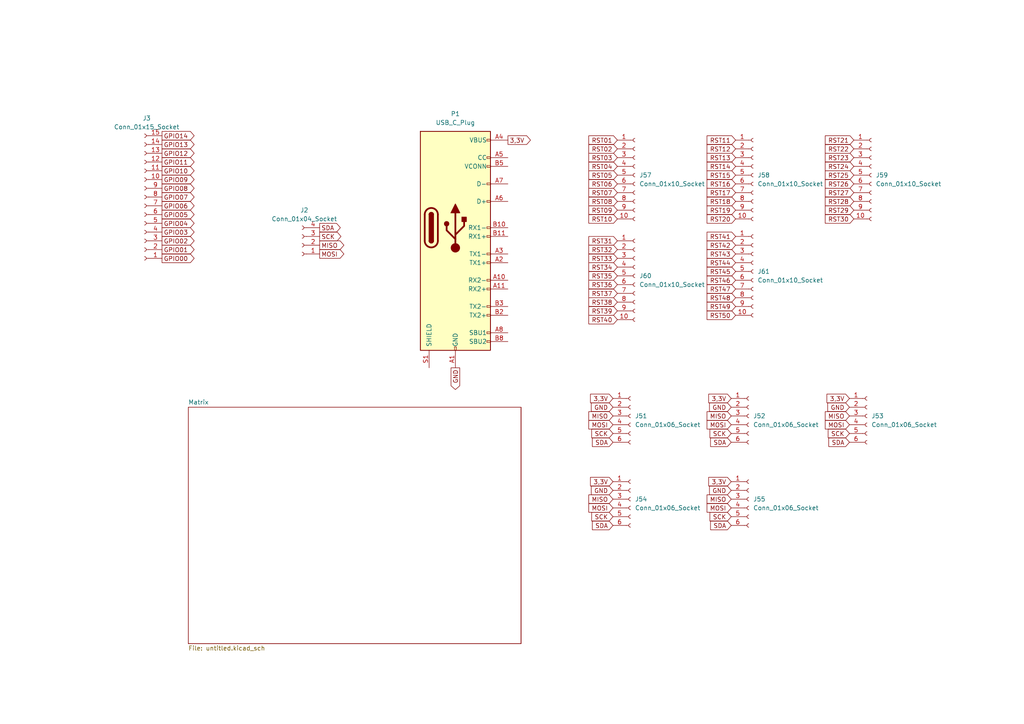
<source format=kicad_sch>
(kicad_sch (version 20230121) (generator eeschema)
  (paper "A4")
  (lib_symbols
    (symbol "Connector:Conn_01x04_Socket" (pin_names (offset 1.016) hide)
      (property "Reference" "J" (at 0 5.08 0))
      (property "Value" "Conn_01x04_Socket" (at 0 -7.62 0))
      (symbol "Conn_01x04_Socket_1_1"
        (arc (start 0 -4.572) (mid -0.5058 -5.08) (end 0 -5.588) (stroke (width 0.1524)))
        (arc (start 0 -2.032) (mid -0.5058 -2.54) (end 0 -3.048) (stroke (width 0.1524)))
        (polyline (pts (xy -1.27 -5.08) (xy -0.508 -5.08)) (stroke (width 0.1524)))
        (polyline (pts (xy -1.27 -2.54) (xy -0.508 -2.54)) (stroke (width 0.1524)))
        (polyline (pts (xy -1.27 0) (xy -0.508 0)) (stroke (width 0.1524)))
        (polyline (pts (xy -1.27 2.54) (xy -0.508 2.54)) (stroke (width 0.1524)))
        (arc (start 0 0.508) (mid -0.5058 0) (end 0 -0.508) (stroke (width 0.1524)))
        (arc (start 0 3.048) (mid -0.5058 2.54) (end 0 2.032) (stroke (width 0.1524)))
        (pin passive line (at -5.08 2.54 0) (length 3.81) (name "Pin_1") (number "1"))
        (pin passive line (at -5.08 0 0) (length 3.81) (name "Pin_2") (number "2"))
        (pin passive line (at -5.08 -2.54 0) (length 3.81) (name "Pin_3") (number "3"))
        (pin passive line (at -5.08 -5.08 0) (length 3.81) (name "Pin_4") (number "4"))
      )
    )
    (symbol "Connector:Conn_01x06_Socket" (pin_names (offset 1.016) hide)
      (property "Reference" "J" (at 0 7.62 0))
      (property "Value" "Conn_01x06_Socket" (at 0 -10.16 0))
      (symbol "Conn_01x06_Socket_1_1"
        (arc (start 0 -7.112) (mid -0.5058 -7.62) (end 0 -8.128) (stroke (width 0.1524)))
        (arc (start 0 -4.572) (mid -0.5058 -5.08) (end 0 -5.588) (stroke (width 0.1524)))
        (arc (start 0 -2.032) (mid -0.5058 -2.54) (end 0 -3.048) (stroke (width 0.1524)))
        (polyline (pts (xy -1.27 -7.62) (xy -0.508 -7.62)) (stroke (width 0.1524)))
        (polyline (pts (xy -1.27 -5.08) (xy -0.508 -5.08)) (stroke (width 0.1524)))
        (polyline (pts (xy -1.27 -2.54) (xy -0.508 -2.54)) (stroke (width 0.1524)))
        (polyline (pts (xy -1.27 0) (xy -0.508 0)) (stroke (width 0.1524)))
        (polyline (pts (xy -1.27 2.54) (xy -0.508 2.54)) (stroke (width 0.1524)))
        (polyline (pts (xy -1.27 5.08) (xy -0.508 5.08)) (stroke (width 0.1524)))
        (arc (start 0 0.508) (mid -0.5058 0) (end 0 -0.508) (stroke (width 0.1524)))
        (arc (start 0 3.048) (mid -0.5058 2.54) (end 0 2.032) (stroke (width 0.1524)))
        (arc (start 0 5.588) (mid -0.5058 5.08) (end 0 4.572) (stroke (width 0.1524)))
        (pin passive line (at -5.08 5.08 0) (length 3.81) (name "Pin_1") (number "1"))
        (pin passive line (at -5.08 2.54 0) (length 3.81) (name "Pin_2") (number "2"))
        (pin passive line (at -5.08 0 0) (length 3.81) (name "Pin_3") (number "3"))
        (pin passive line (at -5.08 -2.54 0) (length 3.81) (name "Pin_4") (number "4"))
        (pin passive line (at -5.08 -5.08 0) (length 3.81) (name "Pin_5") (number "5"))
        (pin passive line (at -5.08 -7.62 0) (length 3.81) (name "Pin_6") (number "6"))
      )
    )
    (symbol "Connector:Conn_01x10_Socket" (pin_names (offset 1.016) hide)
      (property "Reference" "J" (at 0 12.7 0))
      (property "Value" "Conn_01x10_Socket" (at 0 -15.24 0))
      (symbol "Conn_01x10_Socket_1_1"
        (arc (start 0 -12.192) (mid -0.5058 -12.7) (end 0 -13.208) (stroke (width 0.1524)))
        (arc (start 0 -9.652) (mid -0.5058 -10.16) (end 0 -10.668) (stroke (width 0.1524)))
        (arc (start 0 -7.112) (mid -0.5058 -7.62) (end 0 -8.128) (stroke (width 0.1524)))
        (arc (start 0 -4.572) (mid -0.5058 -5.08) (end 0 -5.588) (stroke (width 0.1524)))
        (arc (start 0 -2.032) (mid -0.5058 -2.54) (end 0 -3.048) (stroke (width 0.1524)))
        (polyline (pts (xy -1.27 -12.7) (xy -0.508 -12.7)) (stroke (width 0.1524)))
        (polyline (pts (xy -1.27 -10.16) (xy -0.508 -10.16)) (stroke (width 0.1524)))
        (polyline (pts (xy -1.27 -7.62) (xy -0.508 -7.62)) (stroke (width 0.1524)))
        (polyline (pts (xy -1.27 -5.08) (xy -0.508 -5.08)) (stroke (width 0.1524)))
        (polyline (pts (xy -1.27 -2.54) (xy -0.508 -2.54)) (stroke (width 0.1524)))
        (polyline (pts (xy -1.27 0) (xy -0.508 0)) (stroke (width 0.1524)))
        (polyline (pts (xy -1.27 2.54) (xy -0.508 2.54)) (stroke (width 0.1524)))
        (polyline (pts (xy -1.27 5.08) (xy -0.508 5.08)) (stroke (width 0.1524)))
        (polyline (pts (xy -1.27 7.62) (xy -0.508 7.62)) (stroke (width 0.1524)))
        (polyline (pts (xy -1.27 10.16) (xy -0.508 10.16)) (stroke (width 0.1524)))
        (arc (start 0 0.508) (mid -0.5058 0) (end 0 -0.508) (stroke (width 0.1524)))
        (arc (start 0 3.048) (mid -0.5058 2.54) (end 0 2.032) (stroke (width 0.1524)))
        (arc (start 0 5.588) (mid -0.5058 5.08) (end 0 4.572) (stroke (width 0.1524)))
        (arc (start 0 8.128) (mid -0.5058 7.62) (end 0 7.112) (stroke (width 0.1524)))
        (arc (start 0 10.668) (mid -0.5058 10.16) (end 0 9.652) (stroke (width 0.1524)))
        (pin passive line (at -5.08 10.16 0) (length 3.81) (name "Pin_1") (number "1"))
        (pin passive line (at -5.08 -12.7 0) (length 3.81) (name "Pin_10") (number "10"))
        (pin passive line (at -5.08 7.62 0) (length 3.81) (name "Pin_2") (number "2"))
        (pin passive line (at -5.08 5.08 0) (length 3.81) (name "Pin_3") (number "3"))
        (pin passive line (at -5.08 2.54 0) (length 3.81) (name "Pin_4") (number "4"))
        (pin passive line (at -5.08 0 0) (length 3.81) (name "Pin_5") (number "5"))
        (pin passive line (at -5.08 -2.54 0) (length 3.81) (name "Pin_6") (number "6"))
        (pin passive line (at -5.08 -5.08 0) (length 3.81) (name "Pin_7") (number "7"))
        (pin passive line (at -5.08 -7.62 0) (length 3.81) (name "Pin_8") (number "8"))
        (pin passive line (at -5.08 -10.16 0) (length 3.81) (name "Pin_9") (number "9"))
      )
    )
    (symbol "Connector:Conn_01x15_Socket" (pin_names (offset 1.016) hide)
      (property "Reference" "J" (at 0 20.32 0))
      (property "Value" "Conn_01x15_Socket" (at 0 -20.32 0))
      (symbol "Conn_01x15_Socket_1_1"
        (arc (start 0 -17.272) (mid -0.5058 -17.78) (end 0 -18.288) (stroke (width 0.1524)))
        (arc (start 0 -14.732) (mid -0.5058 -15.24) (end 0 -15.748) (stroke (width 0.1524)))
        (arc (start 0 -12.192) (mid -0.5058 -12.7) (end 0 -13.208) (stroke (width 0.1524)))
        (arc (start 0 -9.652) (mid -0.5058 -10.16) (end 0 -10.668) (stroke (width 0.1524)))
        (arc (start 0 -7.112) (mid -0.5058 -7.62) (end 0 -8.128) (stroke (width 0.1524)))
        (arc (start 0 -4.572) (mid -0.5058 -5.08) (end 0 -5.588) (stroke (width 0.1524)))
        (arc (start 0 -2.032) (mid -0.5058 -2.54) (end 0 -3.048) (stroke (width 0.1524)))
        (polyline (pts (xy -1.27 -17.78) (xy -0.508 -17.78)) (stroke (width 0.1524)))
        (polyline (pts (xy -1.27 -15.24) (xy -0.508 -15.24)) (stroke (width 0.1524)))
        (polyline (pts (xy -1.27 -12.7) (xy -0.508 -12.7)) (stroke (width 0.1524)))
        (polyline (pts (xy -1.27 -10.16) (xy -0.508 -10.16)) (stroke (width 0.1524)))
        (polyline (pts (xy -1.27 -7.62) (xy -0.508 -7.62)) (stroke (width 0.1524)))
        (polyline (pts (xy -1.27 -5.08) (xy -0.508 -5.08)) (stroke (width 0.1524)))
        (polyline (pts (xy -1.27 -2.54) (xy -0.508 -2.54)) (stroke (width 0.1524)))
        (polyline (pts (xy -1.27 0) (xy -0.508 0)) (stroke (width 0.1524)))
        (polyline (pts (xy -1.27 2.54) (xy -0.508 2.54)) (stroke (width 0.1524)))
        (polyline (pts (xy -1.27 5.08) (xy -0.508 5.08)) (stroke (width 0.1524)))
        (polyline (pts (xy -1.27 7.62) (xy -0.508 7.62)) (stroke (width 0.1524)))
        (polyline (pts (xy -1.27 10.16) (xy -0.508 10.16)) (stroke (width 0.1524)))
        (polyline (pts (xy -1.27 12.7) (xy -0.508 12.7)) (stroke (width 0.1524)))
        (polyline (pts (xy -1.27 15.24) (xy -0.508 15.24)) (stroke (width 0.1524)))
        (polyline (pts (xy -1.27 17.78) (xy -0.508 17.78)) (stroke (width 0.1524)))
        (arc (start 0 0.508) (mid -0.5058 0) (end 0 -0.508) (stroke (width 0.1524)))
        (arc (start 0 3.048) (mid -0.5058 2.54) (end 0 2.032) (stroke (width 0.1524)))
        (arc (start 0 5.588) (mid -0.5058 5.08) (end 0 4.572) (stroke (width 0.1524)))
        (arc (start 0 8.128) (mid -0.5058 7.62) (end 0 7.112) (stroke (width 0.1524)))
        (arc (start 0 10.668) (mid -0.5058 10.16) (end 0 9.652) (stroke (width 0.1524)))
        (arc (start 0 13.208) (mid -0.5058 12.7) (end 0 12.192) (stroke (width 0.1524)))
        (arc (start 0 15.748) (mid -0.5058 15.24) (end 0 14.732) (stroke (width 0.1524)))
        (arc (start 0 18.288) (mid -0.5058 17.78) (end 0 17.272) (stroke (width 0.1524)))
        (pin passive line (at -5.08 17.78 0) (length 3.81) (name "Pin_1") (number "1"))
        (pin passive line (at -5.08 -5.08 0) (length 3.81) (name "Pin_10") (number "10"))
        (pin passive line (at -5.08 -7.62 0) (length 3.81) (name "Pin_11") (number "11"))
        (pin passive line (at -5.08 -10.16 0) (length 3.81) (name "Pin_12") (number "12"))
        (pin passive line (at -5.08 -12.7 0) (length 3.81) (name "Pin_13") (number "13"))
        (pin passive line (at -5.08 -15.24 0) (length 3.81) (name "Pin_14") (number "14"))
        (pin passive line (at -5.08 -17.78 0) (length 3.81) (name "Pin_15") (number "15"))
        (pin passive line (at -5.08 15.24 0) (length 3.81) (name "Pin_2") (number "2"))
        (pin passive line (at -5.08 12.7 0) (length 3.81) (name "Pin_3") (number "3"))
        (pin passive line (at -5.08 10.16 0) (length 3.81) (name "Pin_4") (number "4"))
        (pin passive line (at -5.08 7.62 0) (length 3.81) (name "Pin_5") (number "5"))
        (pin passive line (at -5.08 5.08 0) (length 3.81) (name "Pin_6") (number "6"))
        (pin passive line (at -5.08 2.54 0) (length 3.81) (name "Pin_7") (number "7"))
        (pin passive line (at -5.08 0 0) (length 3.81) (name "Pin_8") (number "8"))
        (pin passive line (at -5.08 -2.54 0) (length 3.81) (name "Pin_9") (number "9"))
      )
    )
    (symbol "Connector:USB_C_Plug" (pin_names (offset 1.016))
      (property "Reference" "P" (at -10.16 29.21 0))
      (property "Value" "USB_C_Plug" (at 10.16 29.21 0))
      (symbol "USB_C_Plug_0_0"
        (rectangle (start -0.254 -35.56) (end 0.254 -34.544))
        (rectangle (start 10.16 -32.766) (end 9.144 -33.274))
        (rectangle (start 10.16 -30.226) (end 9.144 -30.734))
        (rectangle (start 10.16 -25.146) (end 9.144 -25.654))
        (rectangle (start 10.16 -22.606) (end 9.144 -23.114))
        (rectangle (start 10.16 -17.526) (end 9.144 -18.034))
        (rectangle (start 10.16 -14.986) (end 9.144 -15.494))
        (rectangle (start 10.16 -9.906) (end 9.144 -10.414))
        (rectangle (start 10.16 -7.366) (end 9.144 -7.874))
        (rectangle (start 10.16 -2.286) (end 9.144 -2.794))
        (rectangle (start 10.16 0.254) (end 9.144 -0.254))
        (rectangle (start 10.16 7.874) (end 9.144 7.366))
        (rectangle (start 10.16 12.954) (end 9.144 12.446))
        (rectangle (start 10.16 18.034) (end 9.144 17.526))
        (rectangle (start 10.16 20.574) (end 9.144 20.066))
        (rectangle (start 10.16 25.654) (end 9.144 25.146))
      )
      (symbol "USB_C_Plug_0_1"
        (rectangle (start -10.16 27.94) (end 10.16 -35.56) (stroke (width 0.254)) (fill (type background)))
        (arc (start -8.89 -3.81) (mid -6.985 -5.7067) (end -5.08 -3.81) (stroke (width 0.508)))
        (arc (start -7.62 -3.81) (mid -6.985 -4.4423) (end -6.35 -3.81) (stroke (width 0.254)))
        (arc (start -7.62 -3.81) (mid -6.985 -4.4423) (end -6.35 -3.81) (stroke (width 0.254)) (fill (type outline)))
        (rectangle (start -7.62 -3.81) (end -6.35 3.81) (stroke (width 0.254)) (fill (type outline)))
        (arc (start -6.35 3.81) (mid -6.985 4.4423) (end -7.62 3.81) (stroke (width 0.254)))
        (arc (start -6.35 3.81) (mid -6.985 4.4423) (end -7.62 3.81) (stroke (width 0.254)) (fill (type outline)))
        (arc (start -5.08 3.81) (mid -6.985 5.7067) (end -8.89 3.81) (stroke (width 0.508)))
        (polyline (pts (xy -8.89 -3.81) (xy -8.89 3.81)) (stroke (width 0.508)))
        (polyline (pts (xy -5.08 3.81) (xy -5.08 -3.81)) (stroke (width 0.508)))
      )
      (symbol "USB_C_Plug_1_1"
        (circle (center -2.54 1.143) (radius 0.635) (stroke (width 0.254)) (fill (type outline)))
        (circle (center 0 -5.842) (radius 1.27) (fill (type outline)))
        (polyline (pts (xy 0 -5.842) (xy 0 4.318)) (stroke (width 0.508)))
        (polyline (pts (xy 0 -3.302) (xy -2.54 -0.762) (xy -2.54 0.508)) (stroke (width 0.508)))
        (polyline (pts (xy 0 -2.032) (xy 2.54 0.508) (xy 2.54 1.778)) (stroke (width 0.508)))
        (polyline (pts (xy -1.27 4.318) (xy 0 6.858) (xy 1.27 4.318) (xy -1.27 4.318)) (stroke (width 0.254)) (fill (type outline)))
        (rectangle (start 1.905 1.778) (end 3.175 3.048) (stroke (width 0.254)) (fill (type outline)))
        (pin passive line (at 0 -40.64 90) (length 5.08) (name "GND") (number "A1"))
        (pin bidirectional line (at 15.24 -15.24 180) (length 5.08) (name "RX2-") (number "A10"))
        (pin bidirectional line (at 15.24 -17.78 180) (length 5.08) (name "RX2+") (number "A11"))
        (pin passive line (at 0 -40.64 90) (length 5.08) hide (name "GND") (number "A12"))
        (pin bidirectional line (at 15.24 -10.16 180) (length 5.08) (name "TX1+") (number "A2"))
        (pin bidirectional line (at 15.24 -7.62 180) (length 5.08) (name "TX1-") (number "A3"))
        (pin passive line (at 15.24 25.4 180) (length 5.08) (name "VBUS") (number "A4"))
        (pin bidirectional line (at 15.24 20.32 180) (length 5.08) (name "CC") (number "A5"))
        (pin bidirectional line (at 15.24 7.62 180) (length 5.08) (name "D+") (number "A6"))
        (pin bidirectional line (at 15.24 12.7 180) (length 5.08) (name "D-") (number "A7"))
        (pin bidirectional line (at 15.24 -30.48 180) (length 5.08) (name "SBU1") (number "A8"))
        (pin passive line (at 15.24 25.4 180) (length 5.08) hide (name "VBUS") (number "A9"))
        (pin passive line (at 0 -40.64 90) (length 5.08) hide (name "GND") (number "B1"))
        (pin bidirectional line (at 15.24 0 180) (length 5.08) (name "RX1-") (number "B10"))
        (pin bidirectional line (at 15.24 -2.54 180) (length 5.08) (name "RX1+") (number "B11"))
        (pin passive line (at 0 -40.64 90) (length 5.08) hide (name "GND") (number "B12"))
        (pin bidirectional line (at 15.24 -25.4 180) (length 5.08) (name "TX2+") (number "B2"))
        (pin bidirectional line (at 15.24 -22.86 180) (length 5.08) (name "TX2-") (number "B3"))
        (pin passive line (at 15.24 25.4 180) (length 5.08) hide (name "VBUS") (number "B4"))
        (pin bidirectional line (at 15.24 17.78 180) (length 5.08) (name "VCONN") (number "B5"))
        (pin bidirectional line (at 15.24 -33.02 180) (length 5.08) (name "SBU2") (number "B8"))
        (pin passive line (at 15.24 25.4 180) (length 5.08) hide (name "VBUS") (number "B9"))
        (pin passive line (at -7.62 -40.64 90) (length 5.08) (name "SHIELD") (number "S1"))
      )
    )
  )
  (global_label "GND" (shape input) (at 212.09 142.24 180) (property "Intersheetrefs" "${INTERSHEET_REFS}" (effects hide)))
  (global_label "RST01" (shape input) (at 179.07 40.64 180) (property "Intersheetrefs" "${INTERSHEET_REFS}" (effects hide)))
  (global_label "GPIO04" (shape output) (at 46.99 64.77 0) (property "Intersheetrefs" "${INTERSHEET_REFS}" (effects hide)))
  (global_label "RST34" (shape input) (at 179.07 77.47 180) (property "Intersheetrefs" "${INTERSHEET_REFS}" (effects hide)))
  (global_label "RST28" (shape input) (at 247.65 58.42 180) (property "Intersheetrefs" "${INTERSHEET_REFS}" (effects hide)))
  (global_label "RST25" (shape input) (at 247.65 50.8 180) (property "Intersheetrefs" "${INTERSHEET_REFS}" (effects hide)))
  (global_label "SDA" (shape input) (at 246.38 128.27 180) (property "Intersheetrefs" "${INTERSHEET_REFS}" (effects hide)))
  (global_label "RST24" (shape input) (at 247.65 48.26 180) (property "Intersheetrefs" "${INTERSHEET_REFS}" (effects hide)))
  (global_label "GPIO01" (shape output) (at 46.99 72.39 0) (property "Intersheetrefs" "${INTERSHEET_REFS}" (effects hide)))
  (global_label "RST42" (shape input) (at 213.36 71.12 180) (property "Intersheetrefs" "${INTERSHEET_REFS}" (effects hide)))
  (global_label "3,3V" (shape input) (at 212.09 115.57 180) (property "Intersheetrefs" "${INTERSHEET_REFS}" (effects hide)))
  (global_label "RST03" (shape input) (at 179.07 45.72 180) (property "Intersheetrefs" "${INTERSHEET_REFS}" (effects hide)))
  (global_label "RST13" (shape input) (at 213.36 45.72 180) (property "Intersheetrefs" "${INTERSHEET_REFS}" (effects hide)))
  (global_label "RST32" (shape input) (at 179.07 72.39 180) (property "Intersheetrefs" "${INTERSHEET_REFS}" (effects hide)))
  (global_label "RST17" (shape input) (at 213.36 55.88 180) (property "Intersheetrefs" "${INTERSHEET_REFS}" (effects hide)))
  (global_label "RST19" (shape input) (at 213.36 60.96 180) (property "Intersheetrefs" "${INTERSHEET_REFS}" (effects hide)))
  (global_label "RST04" (shape input) (at 179.07 48.26 180) (property "Intersheetrefs" "${INTERSHEET_REFS}" (effects hide)))
  (global_label "RST02" (shape input) (at 179.07 43.18 180) (property "Intersheetrefs" "${INTERSHEET_REFS}" (effects hide)))
  (global_label "RST44" (shape input) (at 213.36 76.2 180) (property "Intersheetrefs" "${INTERSHEET_REFS}" (effects hide)))
  (global_label "RST40" (shape input) (at 179.07 92.71 180) (property "Intersheetrefs" "${INTERSHEET_REFS}" (effects hide)))
  (global_label "RST14" (shape input) (at 213.36 48.26 180) (property "Intersheetrefs" "${INTERSHEET_REFS}" (effects hide)))
  (global_label "RST16" (shape input) (at 213.36 53.34 180) (property "Intersheetrefs" "${INTERSHEET_REFS}" (effects hide)))
  (global_label "GPIO08" (shape output) (at 46.99 54.61 0) (property "Intersheetrefs" "${INTERSHEET_REFS}" (effects hide)))
  (global_label "RST38" (shape input) (at 179.07 87.63 180) (property "Intersheetrefs" "${INTERSHEET_REFS}" (effects hide)))
  (global_label "SDA" (shape input) (at 212.09 128.27 180) (property "Intersheetrefs" "${INTERSHEET_REFS}" (effects hide)))
  (global_label "3,3V" (shape input) (at 246.38 115.57 180) (property "Intersheetrefs" "${INTERSHEET_REFS}" (effects hide)))
  (global_label "MISO" (shape input) (at 246.38 120.65 180) (property "Intersheetrefs" "${INTERSHEET_REFS}" (effects hide)))
  (global_label "MOSI" (shape output) (at 92.71 73.66 0) (property "Intersheetrefs" "${INTERSHEET_REFS}" (effects hide)))
  (global_label "RST18" (shape input) (at 213.36 58.42 180) (property "Intersheetrefs" "${INTERSHEET_REFS}" (effects hide)))
  (global_label "RST43" (shape input) (at 213.36 73.66 180) (property "Intersheetrefs" "${INTERSHEET_REFS}" (effects hide)))
  (global_label "3,3V" (shape input) (at 177.8 115.57 180) (property "Intersheetrefs" "${INTERSHEET_REFS}" (effects hide)))
  (global_label "RST33" (shape input) (at 179.07 74.93 180) (property "Intersheetrefs" "${INTERSHEET_REFS}" (effects hide)))
  (global_label "GPIO10" (shape output) (at 46.99 49.53 0) (property "Intersheetrefs" "${INTERSHEET_REFS}" (effects hide)))
  (global_label "RST45" (shape input) (at 213.36 78.74 180) (property "Intersheetrefs" "${INTERSHEET_REFS}" (effects hide)))
  (global_label "RST07" (shape input) (at 179.07 55.88 180) (property "Intersheetrefs" "${INTERSHEET_REFS}" (effects hide)))
  (global_label "RST09" (shape input) (at 179.07 60.96 180) (property "Intersheetrefs" "${INTERSHEET_REFS}" (effects hide)))
  (global_label "GND" (shape output) (at 132.08 106.68 270) (property "Intersheetrefs" "${INTERSHEET_REFS}" (effects hide)))
  (global_label "RST27" (shape input) (at 247.65 55.88 180) (property "Intersheetrefs" "${INTERSHEET_REFS}" (effects hide)))
  (global_label "GPIO02" (shape output) (at 46.99 69.85 0) (property "Intersheetrefs" "${INTERSHEET_REFS}" (effects hide)))
  (global_label "RST11" (shape input) (at 213.36 40.64 180) (property "Intersheetrefs" "${INTERSHEET_REFS}" (effects hide)))
  (global_label "3,3V" (shape input) (at 177.8 139.7 180) (property "Intersheetrefs" "${INTERSHEET_REFS}" (effects hide)))
  (global_label "GND" (shape input) (at 177.8 142.24 180) (property "Intersheetrefs" "${INTERSHEET_REFS}" (effects hide)))
  (global_label "GPIO09" (shape output) (at 46.99 52.07 0) (property "Intersheetrefs" "${INTERSHEET_REFS}" (effects hide)))
  (global_label "RST06" (shape input) (at 179.07 53.34 180) (property "Intersheetrefs" "${INTERSHEET_REFS}" (effects hide)))
  (global_label "GPIO00" (shape output) (at 46.99 74.93 0) (property "Intersheetrefs" "${INTERSHEET_REFS}" (effects hide)))
  (global_label "RST41" (shape input) (at 213.36 68.58 180) (property "Intersheetrefs" "${INTERSHEET_REFS}" (effects hide)))
  (global_label "RST20" (shape input) (at 213.36 63.5 180) (property "Intersheetrefs" "${INTERSHEET_REFS}" (effects hide)))
  (global_label "MOSI" (shape input) (at 177.8 123.19 180) (property "Intersheetrefs" "${INTERSHEET_REFS}" (effects hide)))
  (global_label "MOSI" (shape input) (at 246.38 123.19 180) (property "Intersheetrefs" "${INTERSHEET_REFS}" (effects hide)))
  (global_label "MISO" (shape input) (at 212.09 144.78 180) (property "Intersheetrefs" "${INTERSHEET_REFS}" (effects hide)))
  (global_label "GPIO12" (shape output) (at 46.99 44.45 0) (property "Intersheetrefs" "${INTERSHEET_REFS}" (effects hide)))
  (global_label "3,3V" (shape input) (at 212.09 139.7 180) (property "Intersheetrefs" "${INTERSHEET_REFS}" (effects hide)))
  (global_label "GND" (shape input) (at 177.8 118.11 180) (property "Intersheetrefs" "${INTERSHEET_REFS}" (effects hide)))
  (global_label "MOSI" (shape input) (at 212.09 123.19 180) (property "Intersheetrefs" "${INTERSHEET_REFS}" (effects hide)))
  (global_label "GPIO13" (shape output) (at 46.99 41.91 0) (property "Intersheetrefs" "${INTERSHEET_REFS}" (effects hide)))
  (global_label "GPIO07" (shape output) (at 46.99 57.15 0) (property "Intersheetrefs" "${INTERSHEET_REFS}" (effects hide)))
  (global_label "RST23" (shape input) (at 247.65 45.72 180) (property "Intersheetrefs" "${INTERSHEET_REFS}" (effects hide)))
  (global_label "RST29" (shape input) (at 247.65 60.96 180) (property "Intersheetrefs" "${INTERSHEET_REFS}" (effects hide)))
  (global_label "SCK" (shape input) (at 246.38 125.73 180) (property "Intersheetrefs" "${INTERSHEET_REFS}" (effects hide)))
  (global_label "RST10" (shape input) (at 179.07 63.5 180) (property "Intersheetrefs" "${INTERSHEET_REFS}" (effects hide)))
  (global_label "GND" (shape input) (at 246.38 118.11 180) (property "Intersheetrefs" "${INTERSHEET_REFS}" (effects hide)))
  (global_label "RST37" (shape input) (at 179.07 85.09 180) (property "Intersheetrefs" "${INTERSHEET_REFS}" (effects hide)))
  (global_label "RST05" (shape input) (at 179.07 50.8 180) (property "Intersheetrefs" "${INTERSHEET_REFS}" (effects hide)))
  (global_label "3,3V" (shape output) (at 147.32 40.64 0) (property "Intersheetrefs" "${INTERSHEET_REFS}" (effects hide)))
  (global_label "SDA" (shape output) (at 92.71 66.04 0) (property "Intersheetrefs" "${INTERSHEET_REFS}" (effects hide)))
  (global_label "SCK" (shape input) (at 177.8 125.73 180) (property "Intersheetrefs" "${INTERSHEET_REFS}" (effects hide)))
  (global_label "RST22" (shape input) (at 247.65 43.18 180) (property "Intersheetrefs" "${INTERSHEET_REFS}" (effects hide)))
  (global_label "GPIO06" (shape output) (at 46.99 59.69 0) (property "Intersheetrefs" "${INTERSHEET_REFS}" (effects hide)))
  (global_label "RST21" (shape input) (at 247.65 40.64 180) (property "Intersheetrefs" "${INTERSHEET_REFS}" (effects hide)))
  (global_label "GPIO03" (shape output) (at 46.99 67.31 0) (property "Intersheetrefs" "${INTERSHEET_REFS}" (effects hide)))
  (global_label "SDA" (shape input) (at 177.8 128.27 180) (property "Intersheetrefs" "${INTERSHEET_REFS}" (effects hide)))
  (global_label "RST49" (shape input) (at 213.36 88.9 180) (property "Intersheetrefs" "${INTERSHEET_REFS}" (effects hide)))
  (global_label "GPIO05" (shape output) (at 46.99 62.23 0) (property "Intersheetrefs" "${INTERSHEET_REFS}" (effects hide)))
  (global_label "RST30" (shape input) (at 247.65 63.5 180) (property "Intersheetrefs" "${INTERSHEET_REFS}" (effects hide)))
  (global_label "MISO" (shape input) (at 212.09 120.65 180) (property "Intersheetrefs" "${INTERSHEET_REFS}" (effects hide)))
  (global_label "SCK" (shape input) (at 212.09 149.86 180) (property "Intersheetrefs" "${INTERSHEET_REFS}" (effects hide)))
  (global_label "SDA" (shape input) (at 212.09 152.4 180) (property "Intersheetrefs" "${INTERSHEET_REFS}" (effects hide)))
  (global_label "SCK" (shape input) (at 212.09 125.73 180) (property "Intersheetrefs" "${INTERSHEET_REFS}" (effects hide)))
  (global_label "RST39" (shape input) (at 179.07 90.17 180) (property "Intersheetrefs" "${INTERSHEET_REFS}" (effects hide)))
  (global_label "RST12" (shape input) (at 213.36 43.18 180) (property "Intersheetrefs" "${INTERSHEET_REFS}" (effects hide)))
  (global_label "SCK" (shape input) (at 177.8 149.86 180) (property "Intersheetrefs" "${INTERSHEET_REFS}" (effects hide)))
  (global_label "SCK" (shape output) (at 92.71 68.58 0) (property "Intersheetrefs" "${INTERSHEET_REFS}" (effects hide)))
  (global_label "GPIO14" (shape output) (at 46.99 39.37 0) (property "Intersheetrefs" "${INTERSHEET_REFS}" (effects hide)))
  (global_label "RST26" (shape input) (at 247.65 53.34 180) (property "Intersheetrefs" "${INTERSHEET_REFS}" (effects hide)))
  (global_label "RST48" (shape input) (at 213.36 86.36 180) (property "Intersheetrefs" "${INTERSHEET_REFS}" (effects hide)))
  (global_label "RST47" (shape input) (at 213.36 83.82 180) (property "Intersheetrefs" "${INTERSHEET_REFS}" (effects hide)))
  (global_label "MOSI" (shape input) (at 212.09 147.32 180) (property "Intersheetrefs" "${INTERSHEET_REFS}" (effects hide)))
  (global_label "MISO" (shape input) (at 177.8 144.78 180) (property "Intersheetrefs" "${INTERSHEET_REFS}" (effects hide)))
  (global_label "MOSI" (shape input) (at 177.8 147.32 180) (property "Intersheetrefs" "${INTERSHEET_REFS}" (effects hide)))
  (global_label "SDA" (shape input) (at 177.8 152.4 180) (property "Intersheetrefs" "${INTERSHEET_REFS}" (effects hide)))
  (global_label "RST08" (shape input) (at 179.07 58.42 180) (property "Intersheetrefs" "${INTERSHEET_REFS}" (effects hide)))
  (global_label "RST31" (shape input) (at 179.07 69.85 180) (property "Intersheetrefs" "${INTERSHEET_REFS}" (effects hide)))
  (global_label "MISO" (shape input) (at 177.8 120.65 180) (property "Intersheetrefs" "${INTERSHEET_REFS}" (effects hide)))
  (global_label "GPIO11" (shape output) (at 46.99 46.99 0) (property "Intersheetrefs" "${INTERSHEET_REFS}" (effects hide)))
  (global_label "RST36" (shape input) (at 179.07 82.55 180) (property "Intersheetrefs" "${INTERSHEET_REFS}" (effects hide)))
  (global_label "GND" (shape input) (at 212.09 118.11 180) (property "Intersheetrefs" "${INTERSHEET_REFS}" (effects hide)))
  (global_label "RST46" (shape input) (at 213.36 81.28 180) (property "Intersheetrefs" "${INTERSHEET_REFS}" (effects hide)))
  (global_label "MISO" (shape output) (at 92.71 71.12 0) (property "Intersheetrefs" "${INTERSHEET_REFS}" (effects hide)))
  (global_label "RST50" (shape input) (at 213.36 91.44 180) (property "Intersheetrefs" "${INTERSHEET_REFS}" (effects hide)))
  (global_label "RST15" (shape input) (at 213.36 50.8 180) (property "Intersheetrefs" "${INTERSHEET_REFS}" (effects hide)))
  (global_label "RST35" (shape input) (at 179.07 80.01 180) (property "Intersheetrefs" "${INTERSHEET_REFS}" (effects hide)))
  (symbol (lib_id "Connector:Conn_01x15_Socket") (at 41.91 57.15 180) (unit 1)
    (property "Reference" "J3" (at 42.545 34.29 0))
    (property "Value" "Conn_01x15_Socket" (at 42.545 36.83 0))
    (property "Footprint" "Connector_JST:JST_EH_B15B-EH-A_1x15_P2.50mm_Vertical" (effects hide))
  )
  (symbol (lib_id "Connector:Conn_01x10_Socket") (at 252.73 50.8 0) (unit 1)
    (property "Reference" "J59" (at 254 50.8 0) (effects (justify left)))
    (property "Value" "Conn_01x10_Socket" (at 254 53.34 0) (effects (justify left)))
    (property "Footprint" "Connector_PinHeader_2.54mm:PinHeader_1x10_P2.54mm_Vertical" (effects hide))
  )
  (symbol (lib_id "Connector:Conn_01x04_Socket") (at 87.63 71.12 180) (unit 1)
    (property "Reference" "J2" (at 88.265 60.96 0))
    (property "Value" "Conn_01x04_Socket" (at 88.265 63.5 0))
    (property "Footprint" "Connector_JST:JST_EH_B4B-EH-A_1x04_P2.50mm_Vertical" (effects hide))
  )
  (symbol (lib_id "Connector:Conn_01x06_Socket") (at 182.88 144.78 0) (unit 1)
    (property "Reference" "J54" (at 184.15 144.78 0) (effects (justify left)))
    (property "Value" "Conn_01x06_Socket" (at 184.15 147.32 0) (effects (justify left)))
    (property "Footprint" "Connector_JST:JST_EH_B6B-EH-A_1x06_P2.50mm_Vertical" (effects hide))
  )
  (symbol (lib_id "Connector:Conn_01x10_Socket") (at 218.44 78.74 0) (unit 1)
    (property "Reference" "J61" (at 219.71 78.74 0) (effects (justify left)))
    (property "Value" "Conn_01x10_Socket" (at 219.71 81.28 0) (effects (justify left)))
    (property "Footprint" "Connector_PinHeader_2.54mm:PinHeader_1x10_P2.54mm_Vertical" (effects hide))
  )
  (symbol (lib_id "Connector:Conn_01x06_Socket") (at 251.46 120.65 0) (unit 1)
    (property "Reference" "J53" (at 252.73 120.65 0) (effects (justify left)))
    (property "Value" "Conn_01x06_Socket" (at 252.73 123.19 0) (effects (justify left)))
    (property "Footprint" "Connector_JST:JST_EH_B6B-EH-A_1x06_P2.50mm_Vertical" (effects hide))
  )
  (symbol (lib_id "Connector:Conn_01x10_Socket") (at 184.15 80.01 0) (unit 1)
    (property "Reference" "J60" (at 185.42 80.01 0) (effects (justify left)))
    (property "Value" "Conn_01x10_Socket" (at 185.42 82.55 0) (effects (justify left)))
    (property "Footprint" "Connector_PinHeader_2.54mm:PinHeader_1x10_P2.54mm_Vertical" (effects hide))
  )
  (symbol (lib_id "Connector:Conn_01x10_Socket") (at 184.15 50.8 0) (unit 1)
    (property "Reference" "J57" (at 185.42 50.8 0) (effects (justify left)))
    (property "Value" "Conn_01x10_Socket" (at 185.42 53.34 0) (effects (justify left)))
    (property "Footprint" "Connector_PinHeader_2.54mm:PinHeader_1x10_P2.54mm_Vertical" (effects hide))
  )
  (symbol (lib_id "Connector:Conn_01x06_Socket") (at 217.17 120.65 0) (unit 1)
    (property "Reference" "J52" (at 218.44 120.65 0) (effects (justify left)))
    (property "Value" "Conn_01x06_Socket" (at 218.44 123.19 0) (effects (justify left)))
    (property "Footprint" "Connector_JST:JST_EH_B6B-EH-A_1x06_P2.50mm_Vertical" (effects hide))
  )
  (symbol (lib_id "Connector:Conn_01x10_Socket") (at 218.44 50.8 0) (unit 1)
    (property "Reference" "J58" (at 219.71 50.8 0) (effects (justify left)))
    (property "Value" "Conn_01x10_Socket" (at 219.71 53.34 0) (effects (justify left)))
    (property "Footprint" "Connector_PinHeader_2.54mm:PinHeader_1x10_P2.54mm_Vertical" (effects hide))
  )
  (symbol (lib_id "Connector:Conn_01x06_Socket") (at 182.88 120.65 0) (unit 1)
    (property "Reference" "J51" (at 184.15 120.65 0) (effects (justify left)))
    (property "Value" "Conn_01x06_Socket" (at 184.15 123.19 0) (effects (justify left)))
    (property "Footprint" "Connector_JST:JST_EH_B6B-EH-A_1x06_P2.50mm_Vertical" (effects hide))
  )
  (symbol (lib_id "Connector:Conn_01x06_Socket") (at 217.17 144.78 0) (unit 1)
    (property "Reference" "J55" (at 218.44 144.78 0) (effects (justify left)))
    (property "Value" "Conn_01x06_Socket" (at 218.44 147.32 0) (effects (justify left)))
    (property "Footprint" "Connector_JST:JST_EH_B6B-EH-A_1x06_P2.50mm_Vertical" (effects hide))
  )
  (symbol (lib_id "Connector:USB_C_Plug") (at 132.08 66.04 0) (unit 1)
    (property "Reference" "P1" (at 132.08 33.02 0))
    (property "Value" "USB_C_Plug" (at 132.08 35.56 0))
    (property "Footprint" "Connector_USB:USB_C_Receptacle_GCT_USB4085" (effects hide))
    (property "Datasheet" "https://www.usb.org/sites/default/files/documents/usb_type-c.zip" (effects hide))
  )
  (sheet (at 54.61 118.11) (size 96.52 68.58) (stroke (width 0.1524))
    (property "Sheetname" "Matrix" (at 54.61 117.3984 0) (effects (justify left bottom)))
    (property "Sheetfile" "untitled.kicad_sch" (at 54.61 187.2746 0) (effects (justify left top)))
  )
)
</source>
